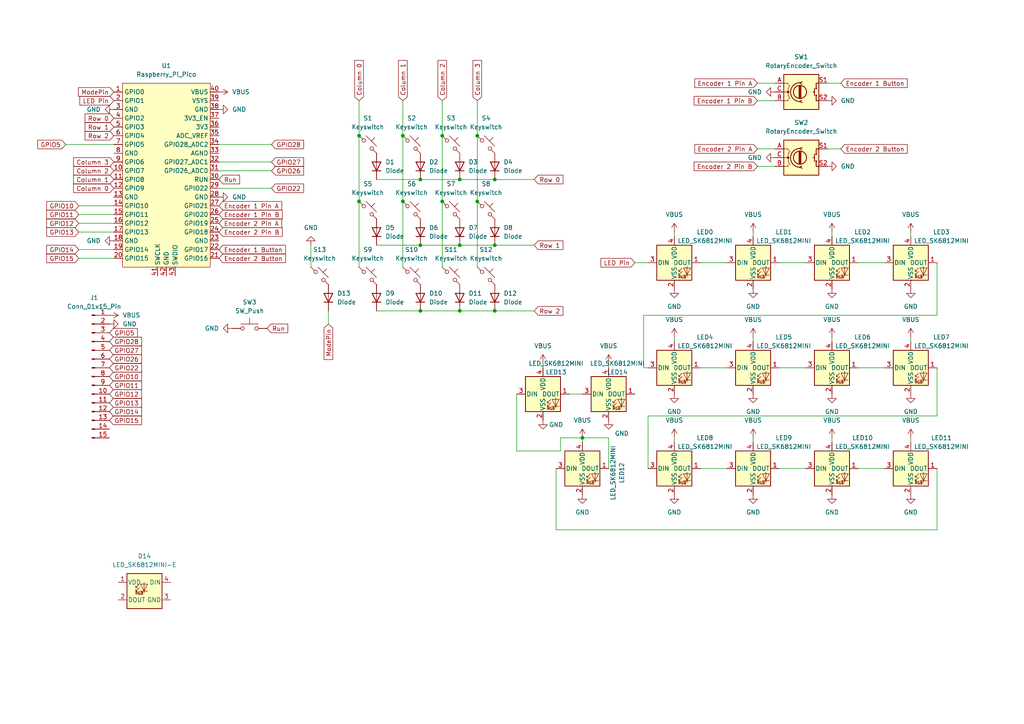
<source format=kicad_sch>
(kicad_sch (version 20230121) (generator eeschema)
  (paper "A4")
  (title_block (title "Macro PCB") (date "2023-12-19") (rev "2.0.001"))
  (lib_symbols
    (symbol "Connector:Conn_01x15_Pin" (pin_names (offset 1.016) hide)
      (property "Reference" "J" (at 0 20.32 0))
      (property "Value" "Conn_01x15_Pin" (at 0 -20.32 0))
      (symbol "Conn_01x15_Pin_1_1"
        (polyline (pts (xy 1.27 -17.78) (xy 0.8636 -17.78)) (stroke (width 0.1524)))
        (polyline (pts (xy 1.27 -15.24) (xy 0.8636 -15.24)) (stroke (width 0.1524)))
        (polyline (pts (xy 1.27 -12.7) (xy 0.8636 -12.7)) (stroke (width 0.1524)))
        (polyline (pts (xy 1.27 -10.16) (xy 0.8636 -10.16)) (stroke (width 0.1524)))
        (polyline (pts (xy 1.27 -7.62) (xy 0.8636 -7.62)) (stroke (width 0.1524)))
        (polyline (pts (xy 1.27 -5.08) (xy 0.8636 -5.08)) (stroke (width 0.1524)))
        (polyline (pts (xy 1.27 -2.54) (xy 0.8636 -2.54)) (stroke (width 0.1524)))
        (polyline (pts (xy 1.27 0) (xy 0.8636 0)) (stroke (width 0.1524)))
        (polyline (pts (xy 1.27 2.54) (xy 0.8636 2.54)) (stroke (width 0.1524)))
        (polyline (pts (xy 1.27 5.08) (xy 0.8636 5.08)) (stroke (width 0.1524)))
        (polyline (pts (xy 1.27 7.62) (xy 0.8636 7.62)) (stroke (width 0.1524)))
        (polyline (pts (xy 1.27 10.16) (xy 0.8636 10.16)) (stroke (width 0.1524)))
        (polyline (pts (xy 1.27 12.7) (xy 0.8636 12.7)) (stroke (width 0.1524)))
        (polyline (pts (xy 1.27 15.24) (xy 0.8636 15.24)) (stroke (width 0.1524)))
        (polyline (pts (xy 1.27 17.78) (xy 0.8636 17.78)) (stroke (width 0.1524)))
        (rectangle (start 0.8636 -17.653) (end 0 -17.907) (stroke (width 0.1524)) (fill (type outline)))
        (rectangle (start 0.8636 -15.113) (end 0 -15.367) (stroke (width 0.1524)) (fill (type outline)))
        (rectangle (start 0.8636 -12.573) (end 0 -12.827) (stroke (width 0.1524)) (fill (type outline)))
        (rectangle (start 0.8636 -10.033) (end 0 -10.287) (stroke (width 0.1524)) (fill (type outline)))
        (rectangle (start 0.8636 -7.493) (end 0 -7.747) (stroke (width 0.1524)) (fill (type outline)))
        (rectangle (start 0.8636 -4.953) (end 0 -5.207) (stroke (width 0.1524)) (fill (type outline)))
        (rectangle (start 0.8636 -2.413) (end 0 -2.667) (stroke (width 0.1524)) (fill (type outline)))
        (rectangle (start 0.8636 0.127) (end 0 -0.127) (stroke (width 0.1524)) (fill (type outline)))
        (rectangle (start 0.8636 2.667) (end 0 2.413) (stroke (width 0.1524)) (fill (type outline)))
        (rectangle (start 0.8636 5.207) (end 0 4.953) (stroke (width 0.1524)) (fill (type outline)))
        (rectangle (start 0.8636 7.747) (end 0 7.493) (stroke (width 0.1524)) (fill (type outline)))
        (rectangle (start 0.8636 10.287) (end 0 10.033) (stroke (width 0.1524)) (fill (type outline)))
        (rectangle (start 0.8636 12.827) (end 0 12.573) (stroke (width 0.1524)) (fill (type outline)))
        (rectangle (start 0.8636 15.367) (end 0 15.113) (stroke (width 0.1524)) (fill (type outline)))
        (rectangle (start 0.8636 17.907) (end 0 17.653) (stroke (width 0.1524)) (fill (type outline)))
        (pin passive line (at 5.08 17.78 180) (length 3.81) (name "Pin_1") (number "1"))
        (pin passive line (at 5.08 -5.08 180) (length 3.81) (name "Pin_10") (number "10"))
        (pin passive line (at 5.08 -7.62 180) (length 3.81) (name "Pin_11") (number "11"))
        (pin passive line (at 5.08 -10.16 180) (length 3.81) (name "Pin_12") (number "12"))
        (pin passive line (at 5.08 -12.7 180) (length 3.81) (name "Pin_13") (number "13"))
        (pin passive line (at 5.08 -15.24 180) (length 3.81) (name "Pin_14") (number "14"))
        (pin passive line (at 5.08 -17.78 180) (length 3.81) (name "Pin_15") (number "15"))
        (pin passive line (at 5.08 15.24 180) (length 3.81) (name "Pin_2") (number "2"))
        (pin passive line (at 5.08 12.7 180) (length 3.81) (name "Pin_3") (number "3"))
        (pin passive line (at 5.08 10.16 180) (length 3.81) (name "Pin_4") (number "4"))
        (pin passive line (at 5.08 7.62 180) (length 3.81) (name "Pin_5") (number "5"))
        (pin passive line (at 5.08 5.08 180) (length 3.81) (name "Pin_6") (number "6"))
        (pin passive line (at 5.08 2.54 180) (length 3.81) (name "Pin_7") (number "7"))
        (pin passive line (at 5.08 0 180) (length 3.81) (name "Pin_8") (number "8"))
        (pin passive line (at 5.08 -2.54 180) (length 3.81) (name "Pin_9") (number "9"))
      )
    )
    (symbol "Device:RotaryEncoder_Switch" (pin_names (offset 0.254) hide)
      (property "Reference" "SW" (at 0 6.604 0))
      (property "Value" "RotaryEncoder_Switch" (at 0 -6.604 0))
      (symbol "RotaryEncoder_Switch_0_1"
        (rectangle (start -5.08 5.08) (end 5.08 -5.08) (stroke (width 0.254)) (fill (type background)))
        (circle (center -3.81 0) (radius 0.254) (fill (type outline)))
        (circle (center -0.381 0) (radius 1.905) (stroke (width 0.254)))
        (arc (start -0.381 2.667) (mid -3.0988 -0.0635) (end -0.381 -2.794) (stroke (width 0.254)))
        (polyline (pts (xy -0.635 -1.778) (xy -0.635 1.778)) (stroke (width 0.254)))
        (polyline (pts (xy -0.381 -1.778) (xy -0.381 1.778)) (stroke (width 0.254)))
        (polyline (pts (xy -0.127 1.778) (xy -0.127 -1.778)) (stroke (width 0.254)))
        (polyline (pts (xy 3.81 0) (xy 3.429 0)) (stroke (width 0.254)))
        (polyline (pts (xy 3.81 1.016) (xy 3.81 -1.016)) (stroke (width 0.254)))
        (polyline (pts (xy -5.08 -2.54) (xy -3.81 -2.54) (xy -3.81 -2.032)))
        (polyline (pts (xy -5.08 2.54) (xy -3.81 2.54) (xy -3.81 2.032)))
        (polyline (pts (xy 0.254 -3.048) (xy -0.508 -2.794) (xy 0.127 -2.413)) (stroke (width 0.254)))
        (polyline (pts (xy 0.254 2.921) (xy -0.508 2.667) (xy 0.127 2.286)) (stroke (width 0.254)))
        (polyline (pts (xy 5.08 -2.54) (xy 4.318 -2.54) (xy 4.318 -1.016)) (stroke (width 0.254)))
        (polyline (pts (xy 5.08 2.54) (xy 4.318 2.54) (xy 4.318 1.016)) (stroke (width 0.254)))
        (polyline (pts (xy -5.08 0) (xy -3.81 0) (xy -3.81 -1.016) (xy -3.302 -2.032)))
        (polyline (pts (xy -4.318 0) (xy -3.81 0) (xy -3.81 1.016) (xy -3.302 2.032)))
        (circle (center 4.318 -1.016) (radius 0.127) (stroke (width 0.254)))
        (circle (center 4.318 1.016) (radius 0.127) (stroke (width 0.254)))
      )
      (symbol "RotaryEncoder_Switch_1_1"
        (pin passive line (at -7.62 2.54 0) (length 2.54) (name "A") (number "A"))
        (pin passive line (at -7.62 -2.54 0) (length 2.54) (name "B") (number "B"))
        (pin passive line (at -7.62 0 0) (length 2.54) (name "C") (number "C"))
        (pin passive line (at 7.62 2.54 180) (length 2.54) (name "S1") (number "S1"))
        (pin passive line (at 7.62 -2.54 180) (length 2.54) (name "S2") (number "S2"))
      )
    )
    (symbol "ScottoKeebs:LED_SK6812MINI" (pin_names (offset 0.254))
      (property "Reference" "D" (at 5.08 5.715 0))
      (property "Value" "LED_SK6812MINI" (at 1.27 -5.715 0))
      (symbol "LED_SK6812MINI_0_0"
        (text "RGB" (at 2.286 -4.191 0) (effects (font (size 0.762 0.762))))
      )
      (symbol "LED_SK6812MINI_0_1"
        (polyline (pts (xy 1.27 -3.556) (xy 1.778 -3.556)))
        (polyline (pts (xy 1.27 -2.54) (xy 1.778 -2.54)))
        (polyline (pts (xy 4.699 -3.556) (xy 2.667 -3.556)))
        (polyline (pts (xy 2.286 -2.54) (xy 1.27 -3.556) (xy 1.27 -3.048)))
        (polyline (pts (xy 2.286 -1.524) (xy 1.27 -2.54) (xy 1.27 -2.032)))
        (polyline (pts (xy 3.683 -1.016) (xy 3.683 -3.556) (xy 3.683 -4.064)))
        (polyline (pts (xy 4.699 -1.524) (xy 2.667 -1.524) (xy 3.683 -3.556) (xy 4.699 -1.524)))
        (rectangle (start 5.08 5.08) (end -5.08 -5.08) (stroke (width 0.254)) (fill (type background)))
      )
      (symbol "LED_SK6812MINI_1_1"
        (pin output line (at 7.62 0 180) (length 2.54) (name "DOUT") (number "1"))
        (pin power_in line (at 0 -7.62 90) (length 2.54) (name "VSS") (number "2"))
        (pin input line (at -7.62 0 0) (length 2.54) (name "DIN") (number "3"))
        (pin power_in line (at 0 7.62 270) (length 2.54) (name "VDD") (number "4"))
      )
    )
    (symbol "ScottoKeebs:LED_SK6812MINI-E" (pin_names (offset 0.254))
      (property "Reference" "D" (at 5.08 5.715 0))
      (property "Value" "LED_SK6812MINI-E" (at 1.27 -5.715 0))
      (symbol "LED_SK6812MINI-E_0_0"
        (text "RGB" (at -1.524 -0.635 0) (effects (font (size 0.762 0.762))))
      )
      (symbol "LED_SK6812MINI-E_0_1"
        (rectangle (start -5.08 5.08) (end 5.08 -5.08) (stroke (width 0.254)) (fill (type background)))
        (polyline (pts (xy -2.54 0) (xy -2.032 0)))
        (polyline (pts (xy -2.54 1.016) (xy -2.032 1.016)))
        (polyline (pts (xy 0.889 0) (xy -1.143 0)))
        (polyline (pts (xy -1.524 1.016) (xy -2.54 0) (xy -2.54 0.508)))
        (polyline (pts (xy -1.524 2.032) (xy -2.54 1.016) (xy -2.54 1.524)))
        (polyline (pts (xy -0.127 2.54) (xy -0.127 0) (xy -0.127 -0.508)))
        (polyline (pts (xy 0.889 2.032) (xy -1.143 2.032) (xy -0.127 0) (xy 0.889 2.032)))
      )
      (symbol "LED_SK6812MINI-E_1_1"
        (pin power_in line (at -7.62 2.54 0) (length 2.54) (name "VDD") (number "1"))
        (pin output line (at -7.62 -2.54 0) (length 2.54) (name "DOUT") (number "2"))
        (pin output line (at 7.62 -2.54 180) (length 2.54) (name "GND") (number "3"))
        (pin input line (at 7.62 2.54 180) (length 2.54) (name "DIN") (number "4"))
      )
    )
    (symbol "ScottoKeebs:MCU_Raspberry_Pi_Pico"
      (property "Reference" "U" (at 0 0 0))
      (property "Value" "Raspberry_Pi_Pico" (at 0 27.94 0))
      (symbol "MCU_Raspberry_Pi_Pico_0_1"
        (rectangle (start -12.7 26.67) (end 12.7 -26.67) (fill (type background)))
      )
      (symbol "MCU_Raspberry_Pi_Pico_1_1"
        (pin bidirectional line (at -15.24 24.13 0) (length 2.54) (name "GPIO0") (number "1"))
        (pin bidirectional line (at -15.24 1.27 0) (length 2.54) (name "GPIO7") (number "10"))
        (pin bidirectional line (at -15.24 -1.27 0) (length 2.54) (name "GPIO8") (number "11"))
        (pin bidirectional line (at -15.24 -3.81 0) (length 2.54) (name "GPIO9") (number "12"))
        (pin power_in line (at -15.24 -6.35 0) (length 2.54) (name "GND") (number "13"))
        (pin bidirectional line (at -15.24 -8.89 0) (length 2.54) (name "GPIO10") (number "14"))
        (pin bidirectional line (at -15.24 -11.43 0) (length 2.54) (name "GPIO11") (number "15"))
        (pin bidirectional line (at -15.24 -13.97 0) (length 2.54) (name "GPIO12") (number "16"))
        (pin bidirectional line (at -15.24 -16.51 0) (length 2.54) (name "GPIO13") (number "17"))
        (pin power_in line (at -15.24 -19.05 0) (length 2.54) (name "GND") (number "18"))
        (pin bidirectional line (at -15.24 -21.59 0) (length 2.54) (name "GPIO14") (number "19"))
        (pin bidirectional line (at -15.24 21.59 0) (length 2.54) (name "GPIO1") (number "2"))
        (pin bidirectional line (at -15.24 -24.13 0) (length 2.54) (name "GPIO15") (number "20"))
        (pin bidirectional line (at 15.24 -24.13 180) (length 2.54) (name "GPIO16") (number "21"))
        (pin bidirectional line (at 15.24 -21.59 180) (length 2.54) (name "GPIO17") (number "22"))
        (pin power_in line (at 15.24 -19.05 180) (length 2.54) (name "GND") (number "23"))
        (pin bidirectional line (at 15.24 -16.51 180) (length 2.54) (name "GPIO18") (number "24"))
        (pin bidirectional line (at 15.24 -13.97 180) (length 2.54) (name "GPIO19") (number "25"))
        (pin bidirectional line (at 15.24 -11.43 180) (length 2.54) (name "GPIO20") (number "26"))
        (pin bidirectional line (at 15.24 -8.89 180) (length 2.54) (name "GPIO21") (number "27"))
        (pin power_in line (at 15.24 -6.35 180) (length 2.54) (name "GND") (number "28"))
        (pin bidirectional line (at 15.24 -3.81 180) (length 2.54) (name "GPIO22") (number "29"))
        (pin power_in line (at -15.24 19.05 0) (length 2.54) (name "GND") (number "3"))
        (pin input line (at 15.24 -1.27 180) (length 2.54) (name "RUN") (number "30"))
        (pin bidirectional line (at 15.24 1.27 180) (length 2.54) (name "GPIO26_ADC0") (number "31"))
        (pin bidirectional line (at 15.24 3.81 180) (length 2.54) (name "GPIO27_ADC1") (number "32"))
        (pin power_in line (at 15.24 6.35 180) (length 2.54) (name "AGND") (number "33"))
        (pin bidirectional line (at 15.24 8.89 180) (length 2.54) (name "GPIO28_ADC2") (number "34"))
        (pin power_in line (at 15.24 11.43 180) (length 2.54) (name "ADC_VREF") (number "35"))
        (pin power_in line (at 15.24 13.97 180) (length 2.54) (name "3V3") (number "36"))
        (pin input line (at 15.24 16.51 180) (length 2.54) (name "3V3_EN") (number "37"))
        (pin bidirectional line (at 15.24 19.05 180) (length 2.54) (name "GND") (number "38"))
        (pin power_in line (at 15.24 21.59 180) (length 2.54) (name "VSYS") (number "39"))
        (pin bidirectional line (at -15.24 16.51 0) (length 2.54) (name "GPIO2") (number "4"))
        (pin power_in line (at 15.24 24.13 180) (length 2.54) (name "VBUS") (number "40"))
        (pin input line (at -2.54 -29.21 90) (length 2.54) (name "SWCLK") (number "41"))
        (pin power_in line (at 0 -29.21 90) (length 2.54) (name "GND") (number "42"))
        (pin bidirectional line (at 2.54 -29.21 90) (length 2.54) (name "SWDIO") (number "43"))
        (pin bidirectional line (at -15.24 13.97 0) (length 2.54) (name "GPIO3") (number "5"))
        (pin bidirectional line (at -15.24 11.43 0) (length 2.54) (name "GPIO4") (number "6"))
        (pin bidirectional line (at -15.24 8.89 0) (length 2.54) (name "GPIO5") (number "7"))
        (pin power_in line (at -15.24 6.35 0) (length 2.54) (name "GND") (number "8"))
        (pin bidirectional line (at -15.24 3.81 0) (length 2.54) (name "GPIO6") (number "9"))
      )
    )
    (symbol "ScottoKeebs:Placeholder_Diode" (pin_numbers hide) (pin_names hide)
      (property "Reference" "D" (at 0 2.54 0))
      (property "Value" "Diode" (at 0 -2.54 0))
      (symbol "Placeholder_Diode_0_1"
        (polyline (pts (xy -1.27 1.27) (xy -1.27 -1.27)) (stroke (width 0.254)))
        (polyline (pts (xy 1.27 0) (xy -1.27 0)))
        (polyline (pts (xy 1.27 1.27) (xy 1.27 -1.27) (xy -1.27 0) (xy 1.27 1.27)) (stroke (width 0.254)))
      )
      (symbol "Placeholder_Diode_1_1"
        (pin passive line (at -3.81 0 0) (length 2.54) (name "K") (number "1"))
        (pin passive line (at 3.81 0 180) (length 2.54) (name "A") (number "2"))
      )
    )
    (symbol "ScottoKeebs:Placeholder_Keyswitch" (pin_numbers hide) (pin_names (offset 1.016) hide)
      (property "Reference" "S" (at 3.048 1.016 0))
      (property "Value" "Keyswitch" (at 0 -3.81 0))
      (symbol "Placeholder_Keyswitch_0_1"
        (circle (center -1.1684 1.1684) (radius 0.508))
        (polyline (pts (xy -0.508 2.54) (xy 2.54 -0.508)))
        (polyline (pts (xy 1.016 1.016) (xy 2.032 2.032)))
        (polyline (pts (xy -2.54 2.54) (xy -1.524 1.524) (xy -1.524 1.524)))
        (polyline (pts (xy 1.524 -1.524) (xy 2.54 -2.54) (xy 2.54 -2.54) (xy 2.54 -2.54)))
        (circle (center 1.143 -1.1938) (radius 0.508))
        (pin passive line (at -2.54 2.54 0) (length 0) (name "1") (number "1"))
        (pin passive line (at 2.54 -2.54 180) (length 0) (name "2") (number "2"))
      )
    )
    (symbol "Switch:SW_Push" (pin_numbers hide) (pin_names (offset 1.016) hide)
      (property "Reference" "SW" (at 1.27 2.54 0))
      (property "Value" "SW_Push" (at 0 -1.524 0))
      (symbol "SW_Push_0_1"
        (circle (center -2.032 0) (radius 0.508))
        (polyline (pts (xy 0 1.27) (xy 0 3.048)))
        (polyline (pts (xy 2.54 1.27) (xy -2.54 1.27)))
        (circle (center 2.032 0) (radius 0.508))
        (pin passive line (at -5.08 0 0) (length 2.54) (name "1") (number "1"))
        (pin passive line (at 5.08 0 180) (length 2.54) (name "2") (number "2"))
      )
    )
    (symbol "power:GND" (power) (pin_names (offset 0))
      (property "Value" "GND" (at 0 -3.81 0))
      (symbol "GND_0_1"
        (polyline (pts (xy 0 0) (xy 0 -1.27) (xy 1.27 -1.27) (xy 0 -2.54) (xy -1.27 -1.27) (xy 0 -1.27)))
      )
      (symbol "GND_1_1"
        (pin power_in line (at 0 0 270) (length 0) hide (name "GND") (number "1"))
      )
    )
    (symbol "power:VBUS" (power) (pin_names (offset 0))
      (property "Value" "VBUS" (at 0 3.81 0))
      (symbol "VBUS_0_1"
        (polyline (pts (xy -0.762 1.27) (xy 0 2.54)))
        (polyline (pts (xy 0 0) (xy 0 2.54)))
        (polyline (pts (xy 0 2.54) (xy 0.762 1.27)))
      )
      (symbol "VBUS_1_1"
        (pin power_in line (at 0 0 90) (length 0) hide (name "VBUS") (number "1"))
      )
    )
  )
  (junction (at 168.91 127))
  (junction (at 104.14 58.42))
  (junction (at 143.51 71.12))
  (junction (at 128.27 58.42))
  (junction (at 116.84 58.42))
  (junction (at 143.51 90.17))
  (junction (at 121.92 90.17))
  (junction (at 116.84 39.37))
  (junction (at 133.35 90.17))
  (junction (at 121.92 52.07))
  (junction (at 104.14 39.37))
  (junction (at 138.43 39.37))
  (junction (at 133.35 52.07))
  (junction (at 121.92 71.12))
  (junction (at 133.35 71.12))
  (junction (at 143.51 52.07))
  (junction (at 138.43 58.42))
  (junction (at 128.27 39.37))
  (wire (pts (xy 219.71 43.18) (xy 224.79 43.18)))
  (wire (pts (xy 22.86 74.93) (xy 33.02 74.93)))
  (wire (pts (xy 218.44 67.31) (xy 218.44 68.58)))
  (wire (pts (xy 241.3 67.31) (xy 241.3 68.58)))
  (wire (pts (xy 226.06 135.89) (xy 233.68 135.89)))
  (wire (pts (xy 116.84 58.42) (xy 116.84 77.47)))
  (wire (pts (xy 78.74 41.91) (xy 63.5 41.91)))
  (wire (pts (xy 78.74 54.61) (xy 63.5 54.61)))
  (wire (pts (xy 271.78 106.68) (xy 271.78 120.65)))
  (wire (pts (xy 248.92 76.2) (xy 256.54 76.2)))
  (wire (pts (xy 109.22 90.17) (xy 121.92 90.17)))
  (wire (pts (xy 133.35 52.07) (xy 143.51 52.07)))
  (wire (pts (xy 121.92 52.07) (xy 133.35 52.07)))
  (wire (pts (xy 161.29 153.67) (xy 161.29 135.89)))
  (wire (pts (xy 138.43 58.42) (xy 138.43 77.47)))
  (wire (pts (xy 121.92 71.12) (xy 133.35 71.12)))
  (wire (pts (xy 138.43 39.37) (xy 138.43 58.42)))
  (wire (pts (xy 95.25 90.17) (xy 95.25 93.98)))
  (wire (pts (xy 116.84 39.37) (xy 116.84 58.42)))
  (wire (pts (xy 264.16 127) (xy 264.16 128.27)))
  (wire (pts (xy 78.74 49.53) (xy 63.5 49.53)))
  (wire (pts (xy 241.3 127) (xy 241.3 128.27)))
  (wire (pts (xy 149.86 130.81) (xy 149.86 114.3)))
  (wire (pts (xy 128.27 29.21) (xy 128.27 39.37)))
  (wire (pts (xy 168.91 127) (xy 162.56 127)))
  (wire (pts (xy 218.44 97.79) (xy 218.44 99.06)))
  (wire (pts (xy 186.69 106.68) (xy 187.96 106.68)))
  (wire (pts (xy 240.03 43.18) (xy 243.84 43.18)))
  (wire (pts (xy 176.53 135.89) (xy 176.53 127)))
  (wire (pts (xy 22.86 59.69) (xy 33.02 59.69)))
  (wire (pts (xy 248.92 135.89) (xy 256.54 135.89)))
  (wire (pts (xy 22.86 72.39) (xy 33.02 72.39)))
  (wire (pts (xy 264.16 67.31) (xy 264.16 68.58)))
  (wire (pts (xy 121.92 90.17) (xy 133.35 90.17)))
  (wire (pts (xy 176.53 105.41) (xy 176.53 106.68)))
  (wire (pts (xy 78.74 46.99) (xy 63.5 46.99)))
  (wire (pts (xy 187.96 120.65) (xy 187.96 135.89)))
  (wire (pts (xy 128.27 39.37) (xy 128.27 58.42)))
  (wire (pts (xy 133.35 71.12) (xy 143.51 71.12)))
  (wire (pts (xy 157.48 105.41) (xy 157.48 106.68)))
  (wire (pts (xy 203.2 106.68) (xy 210.82 106.68)))
  (wire (pts (xy 271.78 153.67) (xy 161.29 153.67)))
  (wire (pts (xy 22.86 64.77) (xy 33.02 64.77)))
  (wire (pts (xy 133.35 90.17) (xy 143.51 90.17)))
  (wire (pts (xy 195.58 127) (xy 195.58 128.27)))
  (wire (pts (xy 168.91 127) (xy 168.91 128.27)))
  (wire (pts (xy 104.14 58.42) (xy 104.14 77.47)))
  (wire (pts (xy 240.03 24.13) (xy 243.84 24.13)))
  (wire (pts (xy 109.22 71.12) (xy 121.92 71.12)))
  (wire (pts (xy 203.2 135.89) (xy 210.82 135.89)))
  (wire (pts (xy 241.3 97.79) (xy 241.3 99.06)))
  (wire (pts (xy 176.53 127) (xy 168.91 127)))
  (wire (pts (xy 226.06 106.68) (xy 233.68 106.68)))
  (wire (pts (xy 138.43 29.21) (xy 138.43 39.37)))
  (wire (pts (xy 109.22 52.07) (xy 121.92 52.07)))
  (wire (pts (xy 248.92 106.68) (xy 256.54 106.68)))
  (wire (pts (xy 219.71 29.21) (xy 224.79 29.21)))
  (wire (pts (xy 184.15 76.2) (xy 187.96 76.2)))
  (wire (pts (xy 203.2 76.2) (xy 210.82 76.2)))
  (wire (pts (xy 104.14 39.37) (xy 104.14 58.42)))
  (wire (pts (xy 154.94 52.07) (xy 143.51 52.07)))
  (wire (pts (xy 264.16 97.79) (xy 264.16 99.06)))
  (wire (pts (xy 219.71 48.26) (xy 224.79 48.26)))
  (wire (pts (xy 271.78 120.65) (xy 187.96 120.65)))
  (wire (pts (xy 162.56 127) (xy 162.56 130.81)))
  (wire (pts (xy 165.1 114.3) (xy 168.91 114.3)))
  (wire (pts (xy 19.05 41.91) (xy 33.02 41.91)))
  (wire (pts (xy 271.78 76.2) (xy 271.78 91.44)))
  (wire (pts (xy 271.78 91.44) (xy 186.69 91.44)))
  (wire (pts (xy 219.71 24.13) (xy 224.79 24.13)))
  (wire (pts (xy 22.86 62.23) (xy 33.02 62.23)))
  (wire (pts (xy 218.44 127) (xy 218.44 128.27)))
  (wire (pts (xy 116.84 29.21) (xy 116.84 39.37)))
  (wire (pts (xy 186.69 91.44) (xy 186.69 106.68)))
  (wire (pts (xy 90.17 77.47) (xy 90.17 71.12)))
  (wire (pts (xy 195.58 67.31) (xy 195.58 68.58)))
  (wire (pts (xy 226.06 76.2) (xy 233.68 76.2)))
  (wire (pts (xy 162.56 130.81) (xy 149.86 130.81)))
  (wire (pts (xy 143.51 71.12) (xy 154.94 71.12)))
  (wire (pts (xy 22.86 67.31) (xy 33.02 67.31)))
  (wire (pts (xy 195.58 97.79) (xy 195.58 99.06)))
  (wire (pts (xy 271.78 135.89) (xy 271.78 153.67)))
  (wire (pts (xy 128.27 58.42) (xy 128.27 77.47)))
  (wire (pts (xy 104.14 29.21) (xy 104.14 39.37)))
  (wire (pts (xy 154.94 90.17) (xy 143.51 90.17)))
  (global_label "GPIO14" (shape input) (at 31.75 119.38 0) (property "Intersheetrefs" "${INTERSHEET_REFS}" (effects hide)))
  (global_label "GPIO27" (shape input) (at 78.74 46.99 0) (property "Intersheetrefs" "${INTERSHEET_REFS}" (effects hide)))
  (global_label "LED Pin" (shape input) (at 184.15 76.2 180) (property "Intersheetrefs" "${INTERSHEET_REFS}" (effects hide)))
  (global_label "GPIO26" (shape input) (at 31.75 104.14 0) (property "Intersheetrefs" "${INTERSHEET_REFS}" (effects hide)))
  (global_label "GPIO22" (shape input) (at 78.74 54.61 0) (property "Intersheetrefs" "${INTERSHEET_REFS}" (effects hide)))
  (global_label "Encoder 1 Pin A" (shape input) (at 63.5 59.69 0) (property "Intersheetrefs" "${INTERSHEET_REFS}" (effects hide)))
  (global_label "Run" (shape input) (at 77.47 95.25 0) (property "Intersheetrefs" "${INTERSHEET_REFS}" (effects hide)))
  (global_label "GPIO15" (shape input) (at 31.75 121.92 0) (property "Intersheetrefs" "${INTERSHEET_REFS}" (effects hide)))
  (global_label "GPIO10" (shape input) (at 22.86 59.69 180) (property "Intersheetrefs" "${INTERSHEET_REFS}" (effects hide)))
  (global_label "GPIO11" (shape input) (at 22.86 62.23 180) (property "Intersheetrefs" "${INTERSHEET_REFS}" (effects hide)))
  (global_label "Column 0" (shape input) (at 104.14 29.21 90) (property "Intersheetrefs" "${INTERSHEET_REFS}" (effects hide)))
  (global_label "Row 2" (shape input) (at 33.02 39.37 180) (property "Intersheetrefs" "${INTERSHEET_REFS}" (effects hide)))
  (global_label "GPIO12" (shape input) (at 31.75 114.3 0) (property "Intersheetrefs" "${INTERSHEET_REFS}" (effects hide)))
  (global_label "ModePin" (shape input) (at 33.02 26.67 180) (property "Intersheetrefs" "${INTERSHEET_REFS}" (effects hide)))
  (global_label "Row 0" (shape input) (at 33.02 34.29 180) (property "Intersheetrefs" "${INTERSHEET_REFS}" (effects hide)))
  (global_label "GPIO22" (shape input) (at 31.75 106.68 0) (property "Intersheetrefs" "${INTERSHEET_REFS}" (effects hide)))
  (global_label "Run" (shape input) (at 63.5 52.07 0) (property "Intersheetrefs" "${INTERSHEET_REFS}" (effects hide)))
  (global_label "Encoder 2 Button" (shape input) (at 243.84 43.18 0) (property "Intersheetrefs" "${INTERSHEET_REFS}" (effects hide)))
  (global_label "GPIO28" (shape input) (at 31.75 99.06 0) (property "Intersheetrefs" "${INTERSHEET_REFS}" (effects hide)))
  (global_label "GPIO10" (shape input) (at 31.75 109.22 0) (property "Intersheetrefs" "${INTERSHEET_REFS}" (effects hide)))
  (global_label "Encoder 1 Button" (shape input) (at 243.84 24.13 0) (property "Intersheetrefs" "${INTERSHEET_REFS}" (effects hide)))
  (global_label "Encoder 2 Pin B" (shape input) (at 63.5 67.31 0) (property "Intersheetrefs" "${INTERSHEET_REFS}" (effects hide)))
  (global_label "Row 2" (shape input) (at 154.94 90.17 0) (property "Intersheetrefs" "${INTERSHEET_REFS}" (effects hide)))
  (global_label "GPIO11" (shape input) (at 31.75 111.76 0) (property "Intersheetrefs" "${INTERSHEET_REFS}" (effects hide)))
  (global_label "GPIO15" (shape input) (at 22.86 74.93 180) (property "Intersheetrefs" "${INTERSHEET_REFS}" (effects hide)))
  (global_label "ModePin" (shape input) (at 95.25 93.98 270) (property "Intersheetrefs" "${INTERSHEET_REFS}" (effects hide)))
  (global_label "Column 1" (shape input) (at 116.84 29.21 90) (property "Intersheetrefs" "${INTERSHEET_REFS}" (effects hide)))
  (global_label "Encoder 1 Pin B" (shape input) (at 219.71 29.21 180) (property "Intersheetrefs" "${INTERSHEET_REFS}" (effects hide)))
  (global_label "GPIO26" (shape input) (at 78.74 49.53 0) (property "Intersheetrefs" "${INTERSHEET_REFS}" (effects hide)))
  (global_label "GPIO12" (shape input) (at 22.86 64.77 180) (property "Intersheetrefs" "${INTERSHEET_REFS}" (effects hide)))
  (global_label "Row 0" (shape input) (at 154.94 52.07 0) (property "Intersheetrefs" "${INTERSHEET_REFS}" (effects hide)))
  (global_label "Column 0" (shape input) (at 33.02 54.61 180) (property "Intersheetrefs" "${INTERSHEET_REFS}" (effects hide)))
  (global_label "Encoder 2 Pin A" (shape input) (at 63.5 64.77 0) (property "Intersheetrefs" "${INTERSHEET_REFS}" (effects hide)))
  (global_label "GPIO5" (shape input) (at 19.05 41.91 180) (property "Intersheetrefs" "${INTERSHEET_REFS}" (effects hide)))
  (global_label "Encoder 1 Button" (shape input) (at 63.5 72.39 0) (property "Intersheetrefs" "${INTERSHEET_REFS}" (effects hide)))
  (global_label "Column 3" (shape input) (at 138.43 29.21 90) (property "Intersheetrefs" "${INTERSHEET_REFS}" (effects hide)))
  (global_label "Column 2" (shape input) (at 33.02 49.53 180) (property "Intersheetrefs" "${INTERSHEET_REFS}" (effects hide)))
  (global_label "Row 1" (shape input) (at 33.02 36.83 180) (property "Intersheetrefs" "${INTERSHEET_REFS}" (effects hide)))
  (global_label "Row 1" (shape input) (at 154.94 71.12 0) (property "Intersheetrefs" "${INTERSHEET_REFS}" (effects hide)))
  (global_label "GPIO13" (shape input) (at 22.86 67.31 180) (property "Intersheetrefs" "${INTERSHEET_REFS}" (effects hide)))
  (global_label "GPIO28" (shape input) (at 78.74 41.91 0) (property "Intersheetrefs" "${INTERSHEET_REFS}" (effects hide)))
  (global_label "GPIO13" (shape input) (at 31.75 116.84 0) (property "Intersheetrefs" "${INTERSHEET_REFS}" (effects hide)))
  (global_label "Encoder 2 Pin B" (shape input) (at 219.71 48.26 180) (property "Intersheetrefs" "${INTERSHEET_REFS}" (effects hide)))
  (global_label "GPIO27" (shape input) (at 31.75 101.6 0) (property "Intersheetrefs" "${INTERSHEET_REFS}" (effects hide)))
  (global_label "Column 1" (shape input) (at 33.02 52.07 180) (property "Intersheetrefs" "${INTERSHEET_REFS}" (effects hide)))
  (global_label "Column 2" (shape input) (at 128.27 29.21 90) (property "Intersheetrefs" "${INTERSHEET_REFS}" (effects hide)))
  (global_label "LED Pin" (shape input) (at 33.02 29.21 180) (property "Intersheetrefs" "${INTERSHEET_REFS}" (effects hide)))
  (global_label "Encoder 2 Button" (shape input) (at 63.5 74.93 0) (property "Intersheetrefs" "${INTERSHEET_REFS}" (effects hide)))
  (global_label "Encoder 2 Pin A" (shape input) (at 219.71 43.18 180) (property "Intersheetrefs" "${INTERSHEET_REFS}" (effects hide)))
  (global_label "Column 3" (shape input) (at 33.02 46.99 180) (property "Intersheetrefs" "${INTERSHEET_REFS}" (effects hide)))
  (global_label "Encoder 1 Pin A" (shape input) (at 219.71 24.13 180) (property "Intersheetrefs" "${INTERSHEET_REFS}" (effects hide)))
  (global_label "GPIO14" (shape input) (at 22.86 72.39 180) (property "Intersheetrefs" "${INTERSHEET_REFS}" (effects hide)))
  (global_label "GPIO5" (shape input) (at 31.75 96.52 0) (property "Intersheetrefs" "${INTERSHEET_REFS}" (effects hide)))
  (global_label "Encoder 1 Pin B" (shape input) (at 63.5 62.23 0) (property "Intersheetrefs" "${INTERSHEET_REFS}" (effects hide)))
  (symbol (lib_id "power:GND") (at 241.3 114.3 0) (unit 1)
    (property "Reference" "#PWR019" (effects hide))
    (property "Value" "GND" (at 241.3 119.38 0))
  )
  (symbol (lib_id "power:GND") (at 218.44 143.51 0) (unit 1)
    (property "Reference" "#PWR024" (effects hide))
    (property "Value" "GND" (at 218.44 148.59 0))
  )
  (symbol (lib_id "ScottoKeebs:LED_SK6812MINI") (at 264.16 135.89 0) (unit 1)
    (property "Reference" "LED11" (at 273.05 127 0))
    (property "Value" "LED_SK6812MINI" (at 273.05 129.54 0))
    (property "Footprint" "ScottoKeebs_Components:LED_SK6812MINI" (effects hide))
    (property "Datasheet" "https://cdn-shop.adafruit.com/product-files/2686/SK6812MINI_REV.01-1-2.pdf" (effects hide))
  )
  (symbol (lib_id "ScottoKeebs:LED_SK6812MINI") (at 241.3 76.2 0) (unit 1)
    (property "Reference" "LED2" (at 250.19 67.31 0))
    (property "Value" "LED_SK6812MINI" (at 250.19 69.85 0))
    (property "Footprint" "ScottoKeebs_Components:LED_SK6812MINI" (effects hide))
    (property "Datasheet" "https://cdn-shop.adafruit.com/product-files/2686/SK6812MINI_REV.01-1-2.pdf" (effects hide))
  )
  (symbol (lib_id "ScottoKeebs:Placeholder_Keyswitch") (at 119.38 60.96 0) (unit 1)
    (property "Reference" "S6" (at 119.38 53.34 0))
    (property "Value" "Keyswitch" (at 119.38 55.88 0))
    (property "Footprint" "ScottoKeebs_Hotswap:Hotswap_MX_Plated_1.00u" (effects hide))
  )
  (symbol (lib_id "ScottoKeebs:Placeholder_Keyswitch") (at 106.68 60.96 0) (unit 1)
    (property "Reference" "S5" (at 106.68 53.34 0))
    (property "Value" "Keyswitch" (at 106.68 55.88 0))
    (property "Footprint" "ScottoKeebs_Hotswap:Hotswap_MX_Plated_1.00u" (effects hide))
  )
  (symbol (lib_id "power:GND") (at 67.31 95.25 270) (unit 1)
    (property "Reference" "#PWR038" (effects hide))
    (property "Value" "GND" (at 63.5 95.25 90) (effects (justify right)))
  )
  (symbol (lib_id "power:GND") (at 240.03 29.21 90) (unit 1)
    (property "Reference" "#PWR03" (effects hide))
    (property "Value" "GND" (at 243.84 29.21 90) (effects (justify right)))
  )
  (symbol (lib_id "Device:RotaryEncoder_Switch") (at 232.41 45.72 0) (unit 1)
    (property "Reference" "SW2" (at 232.41 35.56 0))
    (property "Value" "RotaryEncoder_Switch" (at 232.41 38.1 0))
    (property "Footprint" "Rotary_Encoder:RotaryEncoder_Alps_EC11E-Switch_Vertical_H20mm" (effects hide))
  )
  (symbol (lib_id "ScottoKeebs:Placeholder_Diode") (at 109.22 67.31 90) (unit 1)
    (property "Reference" "D5" (at 111.76 66.04 90) (effects (justify right)))
    (property "Value" "Diode" (at 111.76 68.58 90) (effects (justify right)))
    (property "Footprint" "ScottoKeebs_Components:Diode_SOD-123" (effects hide))
    (property "Sim.Device" "D" (effects hide))
    (property "Sim.Pins" "1=K 2=A" (effects hide))
  )
  (symbol (lib_id "ScottoKeebs:Placeholder_Diode") (at 109.22 48.26 90) (unit 1)
    (property "Reference" "D1" (at 111.76 46.99 90) (effects (justify right)))
    (property "Value" "Diode" (at 111.76 49.53 90) (effects (justify right)))
    (property "Footprint" "ScottoKeebs_Components:Diode_SOD-123" (effects hide))
    (property "Sim.Device" "D" (effects hide))
    (property "Sim.Pins" "1=K 2=A" (effects hide))
  )
  (symbol (lib_id "Switch:SW_Push") (at 72.39 95.25 0) (unit 1)
    (property "Reference" "SW3" (at 72.39 87.63 0))
    (property "Value" "SW_Push" (at 72.39 90.17 0))
    (property "Footprint" "Button_Switch_THT:SW_PUSH_6mm_H7.3mm" (effects hide))
  )
  (symbol (lib_id "power:GND") (at 176.53 121.92 0) (unit 1)
    (property "Reference" "#PWR035" (effects hide))
    (property "Value" "GND" (at 180.34 125.73 0))
  )
  (symbol (lib_id "power:VBUS") (at 241.3 67.31 0) (unit 1)
    (property "Reference" "#PWR011" (effects hide))
    (property "Value" "VBUS" (at 241.3 62.23 0))
  )
  (symbol (lib_id "power:VBUS") (at 264.16 97.79 0) (unit 1)
    (property "Reference" "#PWR020" (effects hide))
    (property "Value" "VBUS" (at 264.16 92.71 0))
  )
  (symbol (lib_id "ScottoKeebs:Placeholder_Diode") (at 133.35 48.26 90) (unit 1)
    (property "Reference" "D3" (at 135.89 46.99 90) (effects (justify right)))
    (property "Value" "Diode" (at 135.89 49.53 90) (effects (justify right)))
    (property "Footprint" "ScottoKeebs_Components:Diode_SOD-123" (effects hide))
    (property "Sim.Device" "D" (effects hide))
    (property "Sim.Pins" "1=K 2=A" (effects hide))
  )
  (symbol (lib_id "ScottoKeebs:Placeholder_Keyswitch") (at 119.38 41.91 0) (unit 1)
    (property "Reference" "S2" (at 119.38 34.29 0))
    (property "Value" "Keyswitch" (at 119.38 36.83 0))
    (property "Footprint" "ScottoKeebs_Hotswap:Hotswap_MX_Plated_1.00u" (effects hide))
  )
  (symbol (lib_id "power:VBUS") (at 176.53 105.41 0) (unit 1)
    (property "Reference" "#PWR034" (effects hide))
    (property "Value" "VBUS" (at 176.53 100.33 0))
  )
  (symbol (lib_id "power:GND") (at 218.44 114.3 0) (unit 1)
    (property "Reference" "#PWR017" (effects hide))
    (property "Value" "GND" (at 218.44 119.38 0))
  )
  (symbol (lib_id "ScottoKeebs:Placeholder_Diode") (at 121.92 48.26 90) (unit 1)
    (property "Reference" "D2" (at 124.46 46.99 90) (effects (justify right)))
    (property "Value" "Diode" (at 124.46 49.53 90) (effects (justify right)))
    (property "Footprint" "ScottoKeebs_Components:Diode_SOD-123" (effects hide))
    (property "Sim.Device" "D" (effects hide))
    (property "Sim.Pins" "1=K 2=A" (effects hide))
  )
  (symbol (lib_id "ScottoKeebs:Placeholder_Diode") (at 109.22 86.36 90) (unit 1)
    (property "Reference" "D9" (at 111.76 85.09 90) (effects (justify right)))
    (property "Value" "Diode" (at 111.76 87.63 90) (effects (justify right)))
    (property "Footprint" "ScottoKeebs_Components:Diode_SOD-123" (effects hide))
    (property "Sim.Device" "D" (effects hide))
    (property "Sim.Pins" "1=K 2=A" (effects hide))
  )
  (symbol (lib_id "ScottoKeebs:Placeholder_Keyswitch") (at 130.81 60.96 0) (unit 1)
    (property "Reference" "S7" (at 130.81 53.34 0))
    (property "Value" "Keyswitch" (at 130.81 55.88 0))
    (property "Footprint" "ScottoKeebs_Hotswap:Hotswap_MX_Plated_1.00u" (effects hide))
  )
  (symbol (lib_id "power:GND") (at 63.5 57.15 90) (unit 1)
    (property "Reference" "#PWR040" (effects hide))
    (property "Value" "GND" (at 67.31 57.15 90) (effects (justify right)))
  )
  (symbol (lib_id "ScottoKeebs:Placeholder_Diode") (at 143.51 67.31 90) (unit 1)
    (property "Reference" "D8" (at 146.05 66.04 90) (effects (justify right)))
    (property "Value" "Diode" (at 146.05 68.58 90) (effects (justify right)))
    (property "Footprint" "ScottoKeebs_Components:Diode_SOD-123" (effects hide))
    (property "Sim.Device" "D" (effects hide))
    (property "Sim.Pins" "1=K 2=A" (effects hide))
  )
  (symbol (lib_id "ScottoKeebs:LED_SK6812MINI") (at 241.3 135.89 0) (unit 1)
    (property "Reference" "LED10" (at 250.19 127 0))
    (property "Value" "LED_SK6812MINI" (at 250.19 129.54 0))
    (property "Footprint" "ScottoKeebs_Components:LED_SK6812MINI" (effects hide))
    (property "Datasheet" "https://cdn-shop.adafruit.com/product-files/2686/SK6812MINI_REV.01-1-2.pdf" (effects hide))
  )
  (symbol (lib_id "ScottoKeebs:Placeholder_Keyswitch") (at 140.97 60.96 0) (unit 1)
    (property "Reference" "S8" (at 140.97 53.34 0))
    (property "Value" "Keyswitch" (at 140.97 55.88 0))
    (property "Footprint" "ScottoKeebs_Hotswap:Hotswap_MX_Plated_1.00u" (effects hide))
  )
  (symbol (lib_id "ScottoKeebs:LED_SK6812MINI") (at 264.16 106.68 0) (unit 1)
    (property "Reference" "LED7" (at 273.05 97.79 0))
    (property "Value" "LED_SK6812MINI" (at 273.05 100.33 0))
    (property "Footprint" "ScottoKeebs_Components:LED_SK6812MINI" (effects hide))
    (property "Datasheet" "https://cdn-shop.adafruit.com/product-files/2686/SK6812MINI_REV.01-1-2.pdf" (effects hide))
  )
  (symbol (lib_id "Device:RotaryEncoder_Switch") (at 232.41 26.67 0) (unit 1)
    (property "Reference" "SW1" (at 232.41 16.51 0))
    (property "Value" "RotaryEncoder_Switch" (at 232.41 19.05 0))
    (property "Footprint" "Rotary_Encoder:RotaryEncoder_Alps_EC11E-Switch_Vertical_H20mm" (effects hide))
  )
  (symbol (lib_id "ScottoKeebs:LED_SK6812MINI") (at 264.16 76.2 0) (unit 1)
    (property "Reference" "LED3" (at 273.05 67.31 0))
    (property "Value" "LED_SK6812MINI" (at 273.05 69.85 0))
    (property "Footprint" "ScottoKeebs_Components:LED_SK6812MINI" (effects hide))
    (property "Datasheet" "https://cdn-shop.adafruit.com/product-files/2686/SK6812MINI_REV.01-1-2.pdf" (effects hide))
  )
  (symbol (lib_id "ScottoKeebs:Placeholder_Keyswitch") (at 130.81 80.01 0) (unit 1)
    (property "Reference" "S11" (at 130.81 72.39 0))
    (property "Value" "Keyswitch" (at 130.81 74.93 0))
    (property "Footprint" "ScottoKeebs_Hotswap:Hotswap_MX_Plated_1.00u" (effects hide))
  )
  (symbol (lib_id "power:VBUS") (at 195.58 127 0) (unit 1)
    (property "Reference" "#PWR022" (effects hide))
    (property "Value" "VBUS" (at 195.58 121.92 0))
  )
  (symbol (lib_id "ScottoKeebs:Placeholder_Diode") (at 95.25 86.36 90) (unit 1)
    (property "Reference" "D13" (at 97.79 85.09 90) (effects (justify right)))
    (property "Value" "Diode" (at 97.79 87.63 90) (effects (justify right)))
    (property "Footprint" "ScottoKeebs_Components:Diode_SOD-123" (effects hide))
    (property "Sim.Device" "D" (effects hide))
    (property "Sim.Pins" "1=K 2=A" (effects hide))
  )
  (symbol (lib_id "power:GND") (at 218.44 83.82 0) (unit 1)
    (property "Reference" "#PWR07" (effects hide))
    (property "Value" "GND" (at 218.44 88.9 0))
  )
  (symbol (lib_id "Connector:Conn_01x15_Pin") (at 26.67 109.22 0) (unit 1)
    (property "Reference" "J1" (at 27.305 86.36 0))
    (property "Value" "Conn_01x15_Pin" (at 27.305 88.9 0))
    (property "Footprint" "Connector_PinHeader_2.54mm:PinHeader_1x15_P2.54mm_Vertical" (effects hide))
  )
  (symbol (lib_id "power:VBUS") (at 264.16 127 0) (unit 1)
    (property "Reference" "#PWR028" (effects hide))
    (property "Value" "VBUS" (at 264.16 121.92 0))
  )
  (symbol (lib_id "ScottoKeebs:LED_SK6812MINI") (at 195.58 135.89 0) (unit 1)
    (property "Reference" "LED8" (at 204.47 127 0))
    (property "Value" "LED_SK6812MINI" (at 204.47 129.54 0))
    (property "Footprint" "ScottoKeebs_Components:LED_SK6812MINI" (effects hide))
    (property "Datasheet" "https://cdn-shop.adafruit.com/product-files/2686/SK6812MINI_REV.01-1-2.pdf" (effects hide))
  )
  (symbol (lib_id "ScottoKeebs:LED_SK6812MINI") (at 195.58 76.2 0) (unit 1)
    (property "Reference" "LED0" (at 204.47 67.31 0))
    (property "Value" "LED_SK6812MINI" (at 204.47 69.85 0))
    (property "Footprint" "ScottoKeebs_Components:LED_SK6812MINI" (effects hide))
    (property "Datasheet" "https://cdn-shop.adafruit.com/product-files/2686/SK6812MINI_REV.01-1-2.pdf" (effects hide))
  )
  (symbol (lib_id "power:VBUS") (at 218.44 97.79 0) (unit 1)
    (property "Reference" "#PWR016" (effects hide))
    (property "Value" "VBUS" (at 218.44 92.71 0))
  )
  (symbol (lib_id "ScottoKeebs:LED_SK6812MINI") (at 168.91 135.89 0) (unit 1)
    (property "Reference" "LED12" (at 180.34 137.16 90))
    (property "Value" "LED_SK6812MINI" (at 177.8 137.16 90))
    (property "Footprint" "ScottoKeebs_Components:LED_SK6812MINI" (effects hide))
    (property "Datasheet" "https://cdn-shop.adafruit.com/product-files/2686/SK6812MINI_REV.01-1-2.pdf" (effects hide))
  )
  (symbol (lib_id "power:VBUS") (at 63.5 26.67 270) (unit 1)
    (property "Reference" "#PWR037" (effects hide))
    (property "Value" "VBUS" (at 67.31 26.67 90) (effects (justify left)))
  )
  (symbol (lib_id "power:VBUS") (at 168.91 127 0) (unit 1)
    (property "Reference" "#PWR030" (effects hide))
    (property "Value" "VBUS" (at 168.91 121.92 0))
  )
  (symbol (lib_id "power:GND") (at 264.16 143.51 0) (unit 1)
    (property "Reference" "#PWR029" (effects hide))
    (property "Value" "GND" (at 264.16 148.59 0))
  )
  (symbol (lib_id "power:VBUS") (at 157.48 105.41 0) (unit 1)
    (property "Reference" "#PWR032" (effects hide))
    (property "Value" "VBUS" (at 157.48 100.33 0))
  )
  (symbol (lib_id "power:GND") (at 33.02 69.85 270) (unit 1)
    (property "Reference" "#PWR039" (effects hide))
    (property "Value" "GND" (at 29.21 69.85 90) (effects (justify right)))
  )
  (symbol (lib_id "ScottoKeebs:Placeholder_Keyswitch") (at 106.68 41.91 0) (unit 1)
    (property "Reference" "S1" (at 106.68 34.29 0))
    (property "Value" "Keyswitch" (at 106.68 36.83 0))
    (property "Footprint" "ScottoKeebs_Hotswap:Hotswap_MX_Plated_1.00u" (effects hide))
  )
  (symbol (lib_id "ScottoKeebs:Placeholder_Keyswitch") (at 119.38 80.01 0) (unit 1)
    (property "Reference" "S10" (at 119.38 72.39 0))
    (property "Value" "Keyswitch" (at 119.38 74.93 0))
    (property "Footprint" "ScottoKeebs_Hotswap:Hotswap_MX_Plated_1.00u" (effects hide))
  )
  (symbol (lib_id "power:GND") (at 157.48 121.92 0) (unit 1)
    (property "Reference" "#PWR033" (effects hide))
    (property "Value" "GND" (at 161.29 123.19 0))
  )
  (symbol (lib_id "power:GND") (at 195.58 143.51 0) (unit 1)
    (property "Reference" "#PWR023" (effects hide))
    (property "Value" "GND" (at 195.58 148.59 0))
  )
  (symbol (lib_id "ScottoKeebs:LED_SK6812MINI") (at 176.53 114.3 0) (unit 1)
    (property "Reference" "LED14" (at 179.07 107.95 0))
    (property "Value" "LED_SK6812MINI" (at 179.07 105.41 0))
    (property "Footprint" "ScottoKeebs_Components:LED_SK6812MINI" (effects hide))
    (property "Datasheet" "https://cdn-shop.adafruit.com/product-files/2686/SK6812MINI_REV.01-1-2.pdf" (effects hide))
  )
  (symbol (lib_id "power:GND") (at 264.16 83.82 0) (unit 1)
    (property "Reference" "#PWR013" (effects hide))
    (property "Value" "GND" (at 264.16 88.9 0))
  )
  (symbol (lib_id "ScottoKeebs:Placeholder_Diode") (at 133.35 86.36 90) (unit 1)
    (property "Reference" "D11" (at 135.89 85.09 90) (effects (justify right)))
    (property "Value" "Diode" (at 135.89 87.63 90) (effects (justify right)))
    (property "Footprint" "ScottoKeebs_Components:Diode_SOD-123" (effects hide))
    (property "Sim.Device" "D" (effects hide))
    (property "Sim.Pins" "1=K 2=A" (effects hide))
  )
  (symbol (lib_id "power:GND") (at 240.03 48.26 90) (unit 1)
    (property "Reference" "#PWR05" (effects hide))
    (property "Value" "GND" (at 243.84 48.26 90) (effects (justify right)))
  )
  (symbol (lib_id "ScottoKeebs:LED_SK6812MINI") (at 241.3 106.68 0) (unit 1)
    (property "Reference" "LED6" (at 250.19 97.79 0))
    (property "Value" "LED_SK6812MINI" (at 250.19 100.33 0))
    (property "Footprint" "ScottoKeebs_Components:LED_SK6812MINI" (effects hide))
    (property "Datasheet" "https://cdn-shop.adafruit.com/product-files/2686/SK6812MINI_REV.01-1-2.pdf" (effects hide))
  )
  (symbol (lib_id "ScottoKeebs:Placeholder_Keyswitch") (at 140.97 41.91 0) (unit 1)
    (property "Reference" "S4" (at 140.97 34.29 0))
    (property "Value" "Keyswitch" (at 140.97 36.83 0))
    (property "Footprint" "ScottoKeebs_Hotswap:Hotswap_MX_Plated_1.00u" (effects hide))
  )
  (symbol (lib_id "ScottoKeebs:Placeholder_Keyswitch") (at 140.97 80.01 0) (unit 1)
    (property "Reference" "S12" (at 140.97 72.39 0))
    (property "Value" "Keyswitch" (at 140.97 74.93 0))
    (property "Footprint" "ScottoKeebs_Hotswap:Hotswap_MX_Plated_1.00u" (effects hide))
  )
  (symbol (lib_id "power:GND") (at 224.79 26.67 270) (unit 1)
    (property "Reference" "#PWR02" (effects hide))
    (property "Value" "GND" (at 220.98 26.67 90) (effects (justify right)))
  )
  (symbol (lib_id "power:GND") (at 195.58 114.3 0) (unit 1)
    (property "Reference" "#PWR015" (effects hide))
    (property "Value" "GND" (at 195.58 119.38 0))
  )
  (symbol (lib_id "ScottoKeebs:LED_SK6812MINI") (at 218.44 106.68 0) (unit 1)
    (property "Reference" "LED5" (at 227.33 97.79 0))
    (property "Value" "LED_SK6812MINI" (at 227.33 100.33 0))
    (property "Footprint" "ScottoKeebs_Components:LED_SK6812MINI" (effects hide))
    (property "Datasheet" "https://cdn-shop.adafruit.com/product-files/2686/SK6812MINI_REV.01-1-2.pdf" (effects hide))
  )
  (symbol (lib_id "power:VBUS") (at 195.58 67.31 0) (unit 1)
    (property "Reference" "#PWR08" (effects hide))
    (property "Value" "VBUS" (at 195.58 62.23 0))
  )
  (symbol (lib_id "power:GND") (at 264.16 114.3 0) (unit 1)
    (property "Reference" "#PWR021" (effects hide))
    (property "Value" "GND" (at 264.16 119.38 0))
  )
  (symbol (lib_id "power:VBUS") (at 241.3 127 0) (unit 1)
    (property "Reference" "#PWR026" (effects hide))
    (property "Value" "VBUS" (at 241.3 121.92 0))
  )
  (symbol (lib_id "power:GND") (at 224.79 45.72 270) (unit 1)
    (property "Reference" "#PWR04" (effects hide))
    (property "Value" "GND" (at 220.98 45.72 90) (effects (justify right)))
  )
  (symbol (lib_id "power:GND") (at 241.3 83.82 0) (unit 1)
    (property "Reference" "#PWR010" (effects hide))
    (property "Value" "GND" (at 241.3 88.9 0))
  )
  (symbol (lib_id "ScottoKeebs:Placeholder_Diode") (at 121.92 86.36 90) (unit 1)
    (property "Reference" "D10" (at 124.46 85.09 90) (effects (justify right)))
    (property "Value" "Diode" (at 124.46 87.63 90) (effects (justify right)))
    (property "Footprint" "ScottoKeebs_Components:Diode_SOD-123" (effects hide))
    (property "Sim.Device" "D" (effects hide))
    (property "Sim.Pins" "1=K 2=A" (effects hide))
  )
  (symbol (lib_id "power:VBUS") (at 31.75 91.44 270) (unit 1)
    (property "Reference" "#PWR041" (effects hide))
    (property "Value" "VBUS" (at 35.56 91.44 90) (effects (justify left)))
  )
  (symbol (lib_id "ScottoKeebs:LED_SK6812MINI-E") (at 41.91 171.45 0) (unit 1)
    (property "Reference" "D14" (at 41.91 161.29 0))
    (property "Value" "LED_SK6812MINI-E" (at 41.91 163.83 0))
    (property "Footprint" "ScottoKeebs_Components:LED_SK6812MINI-E" (effects hide))
    (property "Datasheet" "https://cdn-shop.adafruit.com/product-files/2686/SK6812MINI_REV.01-1-2.pdf" (effects hide))
  )
  (symbol (lib_id "ScottoKeebs:LED_SK6812MINI") (at 195.58 106.68 0) (unit 1)
    (property "Reference" "LED4" (at 204.47 97.79 0))
    (property "Value" "LED_SK6812MINI" (at 204.47 100.33 0))
    (property "Footprint" "ScottoKeebs_Components:LED_SK6812MINI" (effects hide))
    (property "Datasheet" "https://cdn-shop.adafruit.com/product-files/2686/SK6812MINI_REV.01-1-2.pdf" (effects hide))
  )
  (symbol (lib_id "power:GND") (at 90.17 71.12 180) (unit 1)
    (property "Reference" "#PWR01" (effects hide))
    (property "Value" "GND" (at 90.17 66.04 0))
  )
  (symbol (lib_id "ScottoKeebs:Placeholder_Diode") (at 143.51 48.26 90) (unit 1)
    (property "Reference" "D4" (at 146.05 46.99 90) (effects (justify right)))
    (property "Value" "Diode" (at 146.05 49.53 90) (effects (justify right)))
    (property "Footprint" "ScottoKeebs_Components:Diode_SOD-123" (effects hide))
    (property "Sim.Device" "D" (effects hide))
    (property "Sim.Pins" "1=K 2=A" (effects hide))
  )
  (symbol (lib_id "power:GND") (at 168.91 143.51 0) (unit 1)
    (property "Reference" "#PWR031" (effects hide))
    (property "Value" "GND" (at 168.91 148.59 0))
  )
  (symbol (lib_id "power:VBUS") (at 195.58 97.79 0) (unit 1)
    (property "Reference" "#PWR014" (effects hide))
    (property "Value" "VBUS" (at 195.58 92.71 0))
  )
  (symbol (lib_id "ScottoKeebs:LED_SK6812MINI") (at 218.44 76.2 0) (unit 1)
    (property "Reference" "LED1" (at 227.33 67.31 0))
    (property "Value" "LED_SK6812MINI" (at 227.33 69.85 0))
    (property "Footprint" "ScottoKeebs_Components:LED_SK6812MINI" (effects hide))
    (property "Datasheet" "https://cdn-shop.adafruit.com/product-files/2686/SK6812MINI_REV.01-1-2.pdf" (effects hide))
  )
  (symbol (lib_id "power:VBUS") (at 218.44 127 0) (unit 1)
    (property "Reference" "#PWR025" (effects hide))
    (property "Value" "VBUS" (at 218.44 121.92 0))
  )
  (symbol (lib_id "power:GND") (at 31.75 93.98 90) (unit 1)
    (property "Reference" "#PWR042" (effects hide))
    (property "Value" "GND" (at 35.56 93.98 90) (effects (justify right)))
  )
  (symbol (lib_id "ScottoKeebs:Placeholder_Keyswitch") (at 92.71 80.01 0) (unit 1)
    (property "Reference" "S13" (at 92.71 72.39 0))
    (property "Value" "Keyswitch" (at 92.71 74.93 0))
    (property "Footprint" "ScottoKeebs_Hotswap:Hotswap_MX_Plated_1.00u" (effects hide))
  )
  (symbol (lib_id "power:GND") (at 241.3 143.51 0) (unit 1)
    (property "Reference" "#PWR027" (effects hide))
    (property "Value" "GND" (at 241.3 148.59 0))
  )
  (symbol (lib_id "ScottoKeebs:Placeholder_Keyswitch") (at 130.81 41.91 0) (unit 1)
    (property "Reference" "S3" (at 130.81 34.29 0))
    (property "Value" "Keyswitch" (at 130.81 36.83 0))
    (property "Footprint" "ScottoKeebs_Hotswap:Hotswap_MX_Plated_1.00u" (effects hide))
  )
  (symbol (lib_id "ScottoKeebs:Placeholder_Keyswitch") (at 106.68 80.01 0) (unit 1)
    (property "Reference" "S9" (at 106.68 72.39 0))
    (property "Value" "Keyswitch" (at 106.68 74.93 0))
    (property "Footprint" "ScottoKeebs_Hotswap:Hotswap_MX_Plated_1.00u" (effects hide))
  )
  (symbol (lib_id "power:VBUS") (at 241.3 97.79 0) (unit 1)
    (property "Reference" "#PWR018" (effects hide))
    (property "Value" "VBUS" (at 241.3 92.71 0))
  )
  (symbol (lib_id "ScottoKeebs:MCU_Raspberry_Pi_Pico") (at 48.26 50.8 0) (unit 1)
    (property "Reference" "U1" (at 48.26 19.05 0))
    (property "Value" "Raspberry_Pi_Pico" (at 48.26 21.59 0))
    (property "Footprint" "ScottoKeebs_MCU:Raspberry_Pi_Pico" (effects hide))
  )
  (symbol (lib_id "ScottoKeebs:LED_SK6812MINI") (at 157.48 114.3 0) (unit 1)
    (property "Reference" "LED13" (at 161.29 107.95 0))
    (property "Value" "LED_SK6812MINI" (at 161.29 105.41 0))
    (property "Footprint" "ScottoKeebs_Components:LED_SK6812MINI" (effects hide))
    (property "Datasheet" "https://cdn-shop.adafruit.com/product-files/2686/SK6812MINI_REV.01-1-2.pdf" (effects hide))
  )
  (symbol (lib_id "power:GND") (at 33.02 31.75 270) (unit 1)
    (property "Reference" "#PWR043" (effects hide))
    (property "Value" "GND" (at 29.21 31.75 90) (effects (justify right)))
  )
  (symbol (lib_id "power:GND") (at 63.5 31.75 90) (unit 1)
    (property "Reference" "#PWR036" (effects hide))
    (property "Value" "GND" (at 67.31 31.75 90) (effects (justify right)))
  )
  (symbol (lib_id "ScottoKeebs:LED_SK6812MINI") (at 218.44 135.89 0) (unit 1)
    (property "Reference" "LED9" (at 227.33 127 0))
    (property "Value" "LED_SK6812MINI" (at 227.33 129.54 0))
    (property "Footprint" "ScottoKeebs_Components:LED_SK6812MINI" (effects hide))
    (property "Datasheet" "https://cdn-shop.adafruit.com/product-files/2686/SK6812MINI_REV.01-1-2.pdf" (effects hide))
  )
  (symbol (lib_id "power:VBUS") (at 264.16 67.31 0) (unit 1)
    (property "Reference" "#PWR012" (effects hide))
    (property "Value" "VBUS" (at 264.16 62.23 0))
  )
  (symbol (lib_id "ScottoKeebs:Placeholder_Diode") (at 121.92 67.31 90) (unit 1)
    (property "Reference" "D6" (at 124.46 66.04 90) (effects (justify right)))
    (property "Value" "Diode" (at 124.46 68.58 90) (effects (justify right)))
    (property "Footprint" "ScottoKeebs_Components:Diode_SOD-123" (effects hide))
    (property "Sim.Device" "D" (effects hide))
    (property "Sim.Pins" "1=K 2=A" (effects hide))
  )
  (symbol (lib_id "ScottoKeebs:Placeholder_Diode") (at 133.35 67.31 90) (unit 1)
    (property "Reference" "D7" (at 135.89 66.04 90) (effects (justify right)))
    (property "Value" "Diode" (at 135.89 68.58 90) (effects (justify right)))
    (property "Footprint" "ScottoKeebs_Components:Diode_SOD-123" (effects hide))
    (property "Sim.Device" "D" (effects hide))
    (property "Sim.Pins" "1=K 2=A" (effects hide))
  )
  (symbol (lib_id "power:VBUS") (at 218.44 67.31 0) (unit 1)
    (property "Reference" "#PWR09" (effects hide))
    (property "Value" "VBUS" (at 218.44 62.23 0))
  )
  (symbol (lib_id "power:GND") (at 195.58 83.82 0) (unit 1)
    (property "Reference" "#PWR06" (effects hide))
    (property "Value" "GND" (at 195.58 88.9 0))
  )
  (symbol (lib_id "ScottoKeebs:Placeholder_Diode") (at 143.51 86.36 90) (unit 1)
    (property "Reference" "D12" (at 146.05 85.09 90) (effects (justify right)))
    (property "Value" "Diode" (at 146.05 87.63 90) (effects (justify right)))
    (property "Footprint" "ScottoKeebs_Components:Diode_SOD-123" (effects hide))
    (property "Sim.Device" "D" (effects hide))
    (property "Sim.Pins" "1=K 2=A" (effects hide))
  )
)
</source>
